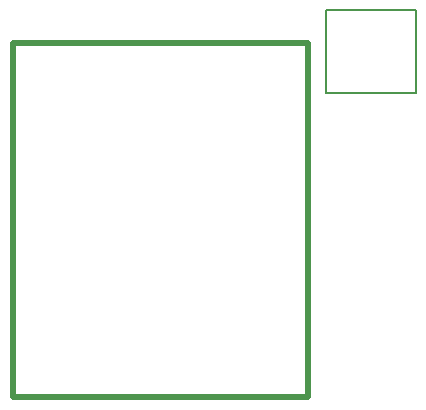
<source format=gm1>
G04*
G04 #@! TF.GenerationSoftware,Altium Limited,Altium Designer,20.2.5 (213)*
G04*
G04 Layer_Color=16711935*
%FSLAX25Y25*%
%MOIN*%
G70*
G04*
G04 #@! TF.SameCoordinates,0EDA941F-9717-4D80-9818-445CF3A130AC*
G04*
G04*
G04 #@! TF.FilePolarity,Positive*
G04*
G01*
G75*
%ADD12C,0.01968*%
%ADD17C,0.00500*%
D12*
X845713Y573445D02*
Y691555D01*
X747287Y573445D02*
X845713D01*
X747287D02*
Y691555D01*
X845713D01*
D17*
X881500Y675000D02*
Y702500D01*
X851500D02*
X881500D01*
X851500Y675000D02*
Y702500D01*
Y675000D02*
X881500D01*
M02*

</source>
